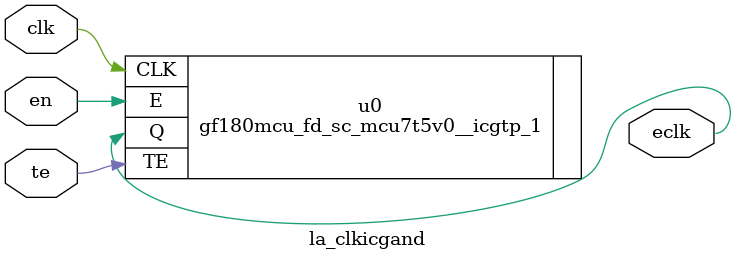
<source format=v>

(* keep_hierarchy *)
module la_clkicgand #(
    parameter PROP = "DEFAULT"
) (
    input  clk,  // clock input
    input  te,   // test enable
    input  en,   // enable (from positive edge FF)
    output eclk  // enabled clock output
);

  // reg en_stable;

  // always @(clk or en or te) if (~clk) en_stable <= en | te;

  // assign eclk = clk & en_stable;

  gf180mcu_fd_sc_mcu7t5v0__icgtp_1 u0 (
      .CLK(clk),
      .E  (en),
      .TE (te),
      .Q  (eclk)
  );

endmodule

</source>
